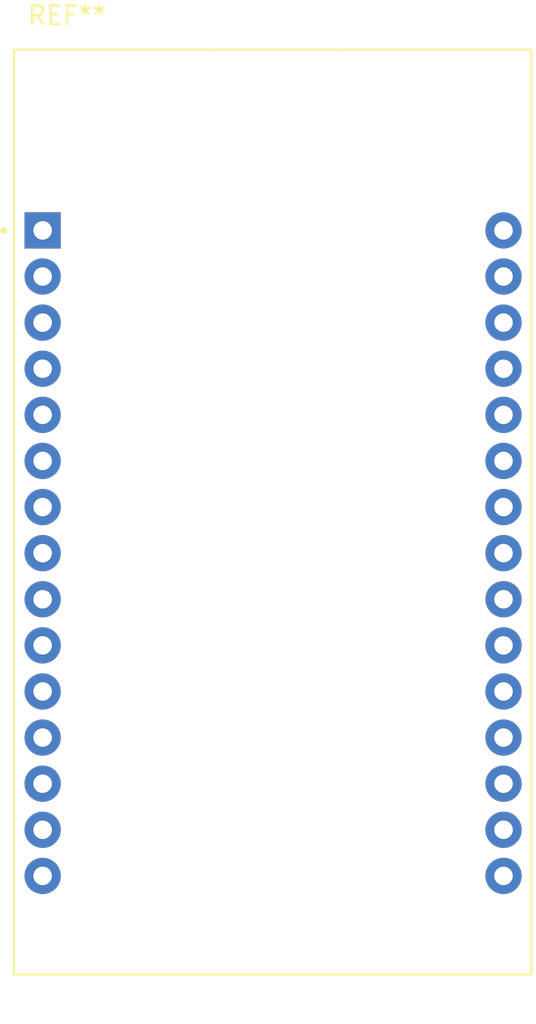
<source format=kicad_pcb>
(kicad_pcb (version 20211014) (generator pcbnew)
  (layers (0 "F.Cu" signal) (31 "B.Cu" signal) (34 "B.Paste" user) (35 "F.Paste" user) (36 "B.SilkS" user "B.Silkscreen") (37 "F.SilkS" user "F.Silkscreen") (38 "B.Mask" user) (39 "F.Mask" user) (44 "Edge.Cuts" user))
  (net 0 "")
  (footprint "ESP32-DEVKIT-V1:MODULE_ESP32_DEVKIT_V1" (layer "F.Cu") (at 144.78 96.52)
    (fp_text reference "REF**" (at -11.355 -27.36) (layer "F.SilkS"))
    (fp_text value "MODULE_ESP32_DEVKIT_V1")
    (fp_line (start -14.28 25.475) (end -8.91 25.475) (layer "F.SilkS") (width 0.127))
    (fp_line (start -14.28 25.475) (end -14.28 -25.475) (layer "F.SilkS") (width 0.127))
    (fp_line (start -14.28 -25.475) (end 14.23 -25.475) (layer "F.SilkS") (width 0.127))
    (fp_line (start 14.23 -25.475) (end 14.23 25.475) (layer "F.SilkS") (width 0.127))
    (fp_line (start -14.28 -25.475) (end -3.211 -25.475) (layer "F.SilkS") (width 0.127))
    (fp_line (start -14.28 25.475) (end -14.28 -25.475) (layer "F.SilkS") (width 0.127))
    (fp_line (start 14.23 25.475) (end -14.28 25.475) (layer "F.SilkS") (width 0.127))
    (fp_line (start 14.23 -25.475) (end 14.23 25.475) (layer "F.SilkS") (width 0.127))
    (fp_line (start 8.78 25.475) (end 14.23 25.475) (layer "F.SilkS") (width 0.127))
    (fp_line (start -3.211 -25.475) (end 3.5 -25.475) (layer "F.SilkS") (width 0.127))
    (fp_line (start 3.5 -25.475) (end 14.23 -25.475) (layer "F.SilkS") (width 0.127))
    (fp_line (start -8.91 25.475) (end 8.78 25.475) (layer "F.SilkS") (width 0.127))
    (fp_circle (center -14.85 -15.515) (end -14.75 -15.515) (layer "F.SilkS") (width 0.2) (fill none))
    (pad "" np_thru_hole circle (at 12.23 -23.475) (size 3 3) (drill 3) (layers *.Cu *.Mask))
    (pad "" np_thru_hole circle (at -12.28 23.475) (size 3 3) (drill 3) (layers *.Cu *.Mask))
    (pad "" np_thru_hole circle (at -12.28 -23.475) (size 3 3) (drill 3) (layers *.Cu *.Mask))
    (pad "" np_thru_hole circle (at 12.23 23.475) (size 3 3) (drill 3) (layers *.Cu *.Mask))
    (pad "1" thru_hole rect (at -12.7 -15.515) (size 2 2) (drill 1.02) (layers *.Cu *.Mask))
    (pad "2" thru_hole circle (at -12.7 -12.975) (size 2 2) (drill 1.02) (layers *.Cu *.Mask))
    (pad "3" thru_hole circle (at -12.7 -10.435) (size 2 2) (drill 1.02) (layers *.Cu *.Mask))
    (pad "4" thru_hole circle (at -12.7 -7.895) (size 2 2) (drill 1.02) (layers *.Cu *.Mask))
    (pad "5" thru_hole circle (at -12.7 -5.355) (size 2 2) (drill 1.02) (layers *.Cu *.Mask))
    (pad "6" thru_hole circle (at -12.7 -2.815) (size 2 2) (drill 1.02) (layers *.Cu *.Mask))
    (pad "7" thru_hole circle (at -12.7 -0.275) (size 2 2) (drill 1.02) (layers *.Cu *.Mask))
    (pad "8" thru_hole circle (at -12.7 2.265) (size 2 2) (drill 1.02) (layers *.Cu *.Mask))
    (pad "9" thru_hole circle (at -12.7 4.805) (size 2 2) (drill 1.02) (layers *.Cu *.Mask))
    (pad "10" thru_hole circle (at -12.7 7.345) (size 2 2) (drill 1.02) (layers *.Cu *.Mask))
    (pad "11" thru_hole circle (at -12.7 9.885) (size 2 2) (drill 1.02) (layers *.Cu *.Mask))
    (pad "12" thru_hole circle (at -12.7 12.425) (size 2 2) (drill 1.02) (layers *.Cu *.Mask))
    (pad "13" thru_hole circle (at -12.7 14.965) (size 2 2) (drill 1.02) (layers *.Cu *.Mask))
    (pad "14" thru_hole circle (at -12.7 17.505) (size 2 2) (drill 1.02) (layers *.Cu *.Mask))
    (pad "15" thru_hole circle (at -12.7 20.045) (size 2 2) (drill 1.02) (layers *.Cu *.Mask))
    (pad "16" thru_hole circle (at 12.7 20.045) (size 2 2) (drill 1.02) (layers *.Cu *.Mask))
    (pad "17" thru_hole circle (at 12.7 17.505) (size 2 2) (drill 1.02) (layers *.Cu *.Mask))
    (pad "18" thru_hole circle (at 12.7 14.965) (size 2 2) (drill 1.02) (layers *.Cu *.Mask))
    (pad "19" thru_hole circle (at 12.7 12.425) (size 2 2) (drill 1.02) (layers *.Cu *.Mask))
    (pad "20" thru_hole circle (at 12.7 9.885) (size 2 2) (drill 1.02) (layers *.Cu *.Mask))
    (pad "21" thru_hole circle (at 12.7 7.345) (size 2 2) (drill 1.02) (layers *.Cu *.Mask))
    (pad "22" thru_hole circle (at 12.7 4.805) (size 2 2) (drill 1.02) (layers *.Cu *.Mask))
    (pad "23" thru_hole circle (at 12.7 2.265) (size 2 2) (drill 1.02) (layers *.Cu *.Mask))
    (pad "24" thru_hole circle (at 12.7 -0.275) (size 2 2) (drill 1.02) (layers *.Cu *.Mask))
    (pad "25" thru_hole circle (at 12.7 -2.815) (size 2 2) (drill 1.02) (layers *.Cu *.Mask))
    (pad "26" thru_hole circle (at 12.7 -5.355) (size 2 2) (drill 1.02) (layers *.Cu *.Mask))
    (pad "27" thru_hole circle (at 12.7 -7.895) (size 2 2) (drill 1.02) (layers *.Cu *.Mask))
    (pad "28" thru_hole circle (at 12.7 -10.435) (size 2 2) (drill 1.02) (layers *.Cu *.Mask))
    (pad "29" thru_hole circle (at 12.7 -12.975) (size 2 2) (drill 1.02) (layers *.Cu *.Mask))
    (pad "30" thru_hole circle (at 12.7 -15.515) (size 2 2) (drill 1.02) (layers *.Cu *.Mask))
  )
)
</source>
